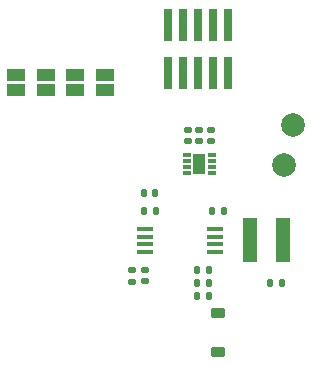
<source format=gbs>
G04 #@! TF.GenerationSoftware,KiCad,Pcbnew,7.0.2*
G04 #@! TF.CreationDate,2023-06-06T15:17:54-04:00*
G04 #@! TF.ProjectId,TopExternalFaceRev1,546f7045-7874-4657-926e-616c46616365,rev?*
G04 #@! TF.SameCoordinates,Original*
G04 #@! TF.FileFunction,Soldermask,Bot*
G04 #@! TF.FilePolarity,Negative*
%FSLAX46Y46*%
G04 Gerber Fmt 4.6, Leading zero omitted, Abs format (unit mm)*
G04 Created by KiCad (PCBNEW 7.0.2) date 2023-06-06 15:17:54*
%MOMM*%
%LPD*%
G01*
G04 APERTURE LIST*
G04 Aperture macros list*
%AMRoundRect*
0 Rectangle with rounded corners*
0 $1 Rounding radius*
0 $2 $3 $4 $5 $6 $7 $8 $9 X,Y pos of 4 corners*
0 Add a 4 corners polygon primitive as box body*
4,1,4,$2,$3,$4,$5,$6,$7,$8,$9,$2,$3,0*
0 Add four circle primitives for the rounded corners*
1,1,$1+$1,$2,$3*
1,1,$1+$1,$4,$5*
1,1,$1+$1,$6,$7*
1,1,$1+$1,$8,$9*
0 Add four rect primitives between the rounded corners*
20,1,$1+$1,$2,$3,$4,$5,0*
20,1,$1+$1,$4,$5,$6,$7,0*
20,1,$1+$1,$6,$7,$8,$9,0*
20,1,$1+$1,$8,$9,$2,$3,0*%
G04 Aperture macros list end*
%ADD10RoundRect,0.140000X-0.170000X0.140000X-0.170000X-0.140000X0.170000X-0.140000X0.170000X0.140000X0*%
%ADD11R,1.500000X1.000000*%
%ADD12C,2.000000*%
%ADD13RoundRect,0.135000X-0.135000X-0.185000X0.135000X-0.185000X0.135000X0.185000X-0.135000X0.185000X0*%
%ADD14R,0.740000X2.790000*%
%ADD15RoundRect,0.140000X0.140000X0.170000X-0.140000X0.170000X-0.140000X-0.170000X0.140000X-0.170000X0*%
%ADD16R,1.200000X3.700000*%
%ADD17RoundRect,0.140000X0.170000X-0.140000X0.170000X0.140000X-0.170000X0.140000X-0.170000X-0.140000X0*%
%ADD18RoundRect,0.135000X0.135000X0.185000X-0.135000X0.185000X-0.135000X-0.185000X0.135000X-0.185000X0*%
%ADD19RoundRect,0.140000X-0.140000X-0.170000X0.140000X-0.170000X0.140000X0.170000X-0.140000X0.170000X0*%
%ADD20R,0.700000X0.300000*%
%ADD21R,1.000000X1.700000*%
%ADD22RoundRect,0.135000X-0.185000X0.135000X-0.185000X-0.135000X0.185000X-0.135000X0.185000X0.135000X0*%
%ADD23R,1.475000X0.450000*%
%ADD24RoundRect,0.225000X-0.375000X0.225000X-0.375000X-0.225000X0.375000X-0.225000X0.375000X0.225000X0*%
G04 APERTURE END LIST*
D10*
X132100000Y-123500000D03*
X132100000Y-124460000D03*
D11*
X121200000Y-107000000D03*
X121200000Y-108300000D03*
D12*
X143900000Y-114600000D03*
X144600000Y-111200000D03*
D13*
X137800000Y-118500000D03*
X138820000Y-118500000D03*
D14*
X134030000Y-102765000D03*
X134030000Y-106835000D03*
X135300000Y-102765000D03*
X135300000Y-106835000D03*
X136570000Y-102765000D03*
X136570000Y-106835000D03*
X137840000Y-102765000D03*
X137840000Y-106835000D03*
X139110000Y-102765000D03*
X139110000Y-106835000D03*
D10*
X137700000Y-111640000D03*
X137700000Y-112600000D03*
D15*
X137480000Y-125700000D03*
X136520000Y-125700000D03*
D11*
X126200000Y-107000000D03*
X126200000Y-108300000D03*
D16*
X141000000Y-121000000D03*
X143800000Y-121000000D03*
D17*
X135700000Y-112600000D03*
X135700000Y-111640000D03*
D18*
X137520000Y-123500000D03*
X136500000Y-123500000D03*
D11*
X128700000Y-107000000D03*
X128700000Y-108300000D03*
D15*
X143680000Y-124600000D03*
X142720000Y-124600000D03*
X137480000Y-124600000D03*
X136520000Y-124600000D03*
D19*
X132020000Y-117000000D03*
X132980000Y-117000000D03*
D17*
X136700000Y-112600000D03*
X136700000Y-111640000D03*
D20*
X137750000Y-113762500D03*
X137750000Y-114262500D03*
X137750000Y-114762500D03*
X137750000Y-115262500D03*
X135650000Y-115262500D03*
X135650000Y-114762500D03*
X135650000Y-114262500D03*
X135650000Y-113762500D03*
D21*
X136700000Y-114512500D03*
D18*
X133010000Y-118500000D03*
X131990000Y-118500000D03*
D22*
X131000000Y-123490000D03*
X131000000Y-124510000D03*
D11*
X123700000Y-107000000D03*
X123700000Y-108300000D03*
D23*
X138000000Y-120025000D03*
X138000000Y-120675000D03*
X138000000Y-121325000D03*
X138000000Y-121975000D03*
X132124000Y-121975000D03*
X132124000Y-121325000D03*
X132124000Y-120675000D03*
X132124000Y-120025000D03*
D24*
X138300000Y-127150000D03*
X138300000Y-130450000D03*
M02*

</source>
